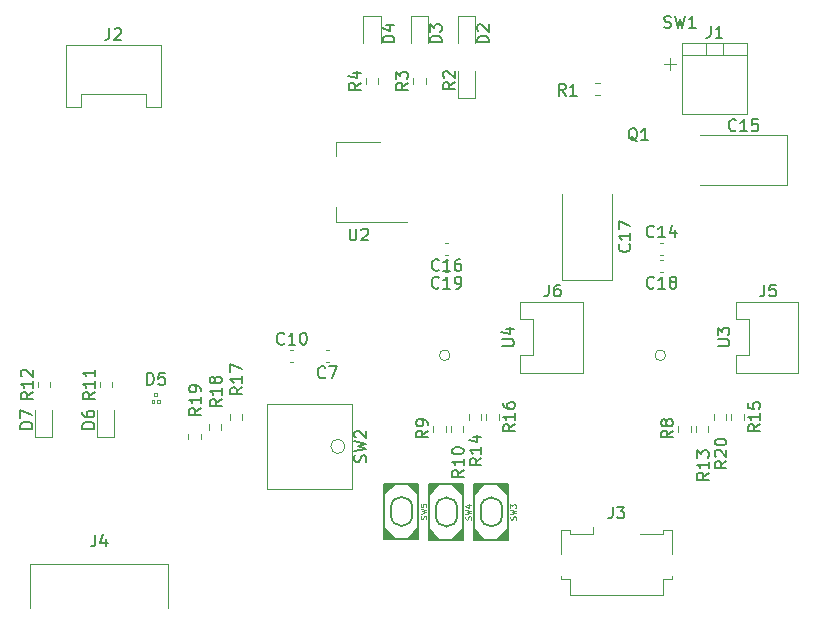
<source format=gbr>
%TF.GenerationSoftware,KiCad,Pcbnew,(5.1.10)-1*%
%TF.CreationDate,2022-02-04T20:39:48+09:00*%
%TF.ProjectId,Power,506f7765-722e-46b6-9963-61645f706362,rev?*%
%TF.SameCoordinates,Original*%
%TF.FileFunction,Legend,Top*%
%TF.FilePolarity,Positive*%
%FSLAX46Y46*%
G04 Gerber Fmt 4.6, Leading zero omitted, Abs format (unit mm)*
G04 Created by KiCad (PCBNEW (5.1.10)-1) date 2022-02-04 20:39:48*
%MOMM*%
%LPD*%
G01*
G04 APERTURE LIST*
%ADD10C,0.120000*%
%ADD11C,0.127000*%
%ADD12C,0.150000*%
G04 APERTURE END LIST*
D10*
%TO.C,J5*%
X28100004Y-500000D02*
X28100004Y1000000D01*
X29204169Y-500000D02*
X28100004Y-500000D01*
X29204169Y-3500000D02*
X29204169Y-500000D01*
X28100004Y-3500000D02*
X29204169Y-3500000D01*
X28100004Y-5000000D02*
X28100004Y-3500000D01*
X33400000Y1000000D02*
X28100000Y1000000D01*
X33400000Y-5000000D02*
X33400000Y1000000D01*
X28100000Y-5000000D02*
X33400000Y-5000000D01*
%TO.C,C15*%
X32400000Y15150000D02*
X25100000Y15150000D01*
X32400000Y10850000D02*
X32400000Y15150000D01*
X32400000Y10850000D02*
X25100000Y10850000D01*
%TO.C,C17*%
X17650000Y2850000D02*
X17650000Y10150000D01*
X13350000Y2850000D02*
X17650000Y2850000D01*
X13350000Y2850000D02*
X13350000Y10150000D01*
%TO.C,C7*%
X-6359420Y-3090000D02*
X-6640580Y-3090000D01*
X-6359420Y-4110000D02*
X-6640580Y-4110000D01*
%TO.C,C10*%
X-9640580Y-4110000D02*
X-9359420Y-4110000D01*
X-9640580Y-3090000D02*
X-9359420Y-3090000D01*
%TO.C,C14*%
X21940580Y4990000D02*
X21659420Y4990000D01*
X21940580Y6010000D02*
X21659420Y6010000D01*
%TO.C,C16*%
X3740580Y4990000D02*
X3459420Y4990000D01*
X3740580Y6010000D02*
X3459420Y6010000D01*
%TO.C,C18*%
X21940580Y4510000D02*
X21659420Y4510000D01*
X21940580Y3490000D02*
X21659420Y3490000D01*
%TO.C,C19*%
X3740580Y3490000D02*
X3459420Y3490000D01*
X3740580Y4510000D02*
X3459420Y4510000D01*
%TO.C,D2*%
X4565000Y25185000D02*
X4565000Y22900000D01*
X6035000Y25185000D02*
X4565000Y25185000D01*
X6035000Y22900000D02*
X6035000Y25185000D01*
%TO.C,D3*%
X565000Y25185000D02*
X565000Y22900000D01*
X2035000Y25185000D02*
X565000Y25185000D01*
X2035000Y22900000D02*
X2035000Y25185000D01*
%TO.C,D4*%
X-1965000Y22900000D02*
X-1965000Y25185000D01*
X-1965000Y25185000D02*
X-3435000Y25185000D01*
X-3435000Y25185000D02*
X-3435000Y22900000D01*
%TO.C,D5*%
X-20875000Y-6950000D02*
X-21125000Y-6950000D01*
X-21125000Y-6950000D02*
X-21125000Y-6700000D01*
X-21125000Y-6700000D02*
X-20875000Y-6700000D01*
X-20875000Y-6700000D02*
X-20875000Y-6950000D01*
X-20875000Y-7325000D02*
X-20875000Y-7575000D01*
X-20875000Y-7575000D02*
X-20625000Y-7575000D01*
X-20625000Y-7575000D02*
X-20625000Y-7325000D01*
X-20625000Y-7325000D02*
X-20875000Y-7325000D01*
X-21125000Y-7575000D02*
X-21125000Y-7325000D01*
X-21125000Y-7325000D02*
X-21375000Y-7325000D01*
X-21375000Y-7325000D02*
X-21375000Y-7575000D01*
X-21375000Y-7575000D02*
X-21125000Y-7575000D01*
%TO.C,D6*%
X-24515000Y-10485000D02*
X-24515000Y-8200000D01*
X-25985000Y-10485000D02*
X-24515000Y-10485000D01*
X-25985000Y-8200000D02*
X-25985000Y-10485000D01*
%TO.C,D7*%
X-31235000Y-8200000D02*
X-31235000Y-10485000D01*
X-31235000Y-10485000D02*
X-29765000Y-10485000D01*
X-29765000Y-10485000D02*
X-29765000Y-8200000D01*
%TO.C,J1*%
X29050000Y22870000D02*
X23550000Y22870000D01*
X23550000Y22870000D02*
X23550000Y16870000D01*
X23550000Y16870000D02*
X29050000Y16870000D01*
X29050000Y16870000D02*
X29050000Y22870000D01*
X25550000Y22870000D02*
X25550000Y21870000D01*
X25550000Y21870000D02*
X23550000Y21870000D01*
X29050000Y21870000D02*
X27050000Y21870000D01*
X27050000Y21870000D02*
X27050000Y22870000D01*
X25550000Y21870000D02*
X27050000Y21870000D01*
X22550000Y21120000D02*
X22050000Y21120000D01*
X22550000Y21120000D02*
X23050000Y21120000D01*
X22550000Y21120000D02*
X22550000Y21620000D01*
X22550000Y21120000D02*
X22550000Y20620000D01*
%TO.C,J2*%
X-28600000Y22750000D02*
X-28600000Y17450000D01*
X-20600000Y22750000D02*
X-28600000Y22750000D01*
X-20600000Y17450000D02*
X-20600000Y22750000D01*
X-27350000Y18554169D02*
X-27350000Y17450004D01*
X-21850000Y18554169D02*
X-27350000Y18554169D01*
X-27350000Y17450004D02*
X-28600000Y17450004D01*
X-20600000Y17450004D02*
X-21850000Y17450004D01*
X-21850000Y17450004D02*
X-21850000Y18554169D01*
%TO.C,J3*%
X16040000Y-18090000D02*
X16040000Y-18680000D01*
X16040000Y-18680000D02*
X14060000Y-18680000D01*
X14060000Y-18680000D02*
X14060000Y-18330000D01*
X14060000Y-18330000D02*
X13290000Y-18330000D01*
X13290000Y-18330000D02*
X13290000Y-20380000D01*
X13290000Y-22200000D02*
X13290000Y-22500000D01*
X13290000Y-22500000D02*
X14090000Y-22500000D01*
X14090000Y-22500000D02*
X14090000Y-23800000D01*
X14090000Y-23800000D02*
X21910000Y-23800000D01*
X21910000Y-23800000D02*
X21910000Y-22500000D01*
X21910000Y-22500000D02*
X22710000Y-22500000D01*
X22710000Y-22500000D02*
X22710000Y-22200000D01*
X22710000Y-20380000D02*
X22710000Y-18330000D01*
X22710000Y-18330000D02*
X21940000Y-18330000D01*
X21940000Y-18330000D02*
X21940000Y-18680000D01*
X21940000Y-18680000D02*
X19960000Y-18680000D01*
%TO.C,J6*%
X9850000Y-5000000D02*
X15150000Y-5000000D01*
X15150000Y-5000000D02*
X15150000Y1000000D01*
X15150000Y1000000D02*
X9850000Y1000000D01*
X9850004Y-5000000D02*
X9850004Y-3500000D01*
X9850004Y-3500000D02*
X10954169Y-3500000D01*
X10954169Y-3500000D02*
X10954169Y-500000D01*
X10954169Y-500000D02*
X9850004Y-500000D01*
X9850004Y-500000D02*
X9850004Y1000000D01*
%TO.C,R1*%
X16637258Y19522500D02*
X16162742Y19522500D01*
X16637258Y18477500D02*
X16162742Y18477500D01*
%TO.C,R2*%
X4565000Y20550000D02*
X4565000Y18265000D01*
X4565000Y18265000D02*
X6035000Y18265000D01*
X6035000Y18265000D02*
X6035000Y20550000D01*
%TO.C,R3*%
X1822500Y19462742D02*
X1822500Y19937258D01*
X777500Y19462742D02*
X777500Y19937258D01*
%TO.C,R4*%
X-3222500Y19462742D02*
X-3222500Y19937258D01*
X-2177500Y19462742D02*
X-2177500Y19937258D01*
%TO.C,R8*%
X24272500Y-9987258D02*
X24272500Y-9512742D01*
X23227500Y-9987258D02*
X23227500Y-9512742D01*
%TO.C,R9*%
X3522500Y-9987258D02*
X3522500Y-9512742D01*
X2477500Y-9987258D02*
X2477500Y-9512742D01*
%TO.C,R10*%
X3977500Y-9987258D02*
X3977500Y-9512742D01*
X5022500Y-9987258D02*
X5022500Y-9512742D01*
%TO.C,R11*%
X-25772500Y-5762742D02*
X-25772500Y-6237258D01*
X-24727500Y-5762742D02*
X-24727500Y-6237258D01*
%TO.C,R12*%
X-29977500Y-5762742D02*
X-29977500Y-6237258D01*
X-31022500Y-5762742D02*
X-31022500Y-6237258D01*
%TO.C,R13*%
X25772500Y-9987258D02*
X25772500Y-9512742D01*
X24727500Y-9987258D02*
X24727500Y-9512742D01*
%TO.C,R14*%
X6522500Y-8512742D02*
X6522500Y-8987258D01*
X5477500Y-8512742D02*
X5477500Y-8987258D01*
%TO.C,R15*%
X28772500Y-8512742D02*
X28772500Y-8987258D01*
X27727500Y-8512742D02*
X27727500Y-8987258D01*
%TO.C,R16*%
X8022500Y-8512742D02*
X8022500Y-8987258D01*
X6977500Y-8512742D02*
X6977500Y-8987258D01*
%TO.C,R17*%
X-14772500Y-8512742D02*
X-14772500Y-8987258D01*
X-13727500Y-8512742D02*
X-13727500Y-8987258D01*
%TO.C,R18*%
X-15477500Y-9362742D02*
X-15477500Y-9837258D01*
X-16522500Y-9362742D02*
X-16522500Y-9837258D01*
%TO.C,R19*%
X-17227500Y-10162742D02*
X-17227500Y-10637258D01*
X-18272500Y-10162742D02*
X-18272500Y-10637258D01*
%TO.C,R20*%
X27272500Y-8512742D02*
X27272500Y-8987258D01*
X26227500Y-8512742D02*
X26227500Y-8987258D01*
%TO.C,SW2*%
X-11600000Y-7650000D02*
X-4400000Y-7650000D01*
X-4400000Y-7650000D02*
X-4400000Y-14850000D01*
X-4400000Y-14850000D02*
X-11600000Y-14850000D01*
X-11600000Y-14850000D02*
X-11600000Y-7650000D01*
X-5000000Y-11250000D02*
G75*
G03*
X-5000000Y-11250000I-600000J0D01*
G01*
D11*
%TO.C,SW3*%
G36*
X5900000Y-14467500D02*
G01*
X5900000Y-15367500D01*
X6800000Y-14467500D01*
X5900000Y-14467500D01*
G37*
X5900000Y-14467500D02*
X5900000Y-15367500D01*
X6800000Y-14467500D01*
X5900000Y-14467500D01*
G36*
X5900000Y-19132500D02*
G01*
X6800000Y-19132500D01*
X5900000Y-18232500D01*
X5900000Y-19132500D01*
G37*
X5900000Y-19132500D02*
X6800000Y-19132500D01*
X5900000Y-18232500D01*
X5900000Y-19132500D01*
G36*
X8800000Y-19132500D02*
G01*
X8800000Y-18232500D01*
X7900000Y-19132500D01*
X8800000Y-19132500D01*
G37*
X8800000Y-19132500D02*
X8800000Y-18232500D01*
X7900000Y-19132500D01*
X8800000Y-19132500D01*
G36*
X8800000Y-14467500D02*
G01*
X7900000Y-14467500D01*
X8800000Y-15367500D01*
X8800000Y-14467500D01*
G37*
X8800000Y-14467500D02*
X7900000Y-14467500D01*
X8800000Y-15367500D01*
X8800000Y-14467500D01*
X5900000Y-14467500D02*
X8800000Y-14467500D01*
X5900000Y-19132500D02*
X5900000Y-14467500D01*
X8800000Y-19132500D02*
X5900000Y-19132500D01*
X8800000Y-14467500D02*
X8800000Y-19132500D01*
X6500000Y-17132500D02*
X6500000Y-16467500D01*
X8300000Y-16467500D02*
X8300000Y-17132500D01*
X8300000Y-17132500D02*
G75*
G02*
X6500000Y-17132500I-900000J0D01*
G01*
X6500000Y-16467500D02*
G75*
G02*
X8300000Y-16467500I900000J0D01*
G01*
%TO.C,SW4*%
X4500000Y-16467500D02*
X4500000Y-17132500D01*
X2700000Y-17132500D02*
X2700000Y-16467500D01*
X5000000Y-14467500D02*
X5000000Y-19132500D01*
X5000000Y-19132500D02*
X2100000Y-19132500D01*
X2100000Y-19132500D02*
X2100000Y-14467500D01*
X2100000Y-14467500D02*
X5000000Y-14467500D01*
G36*
X5000000Y-14467500D02*
G01*
X4100000Y-14467500D01*
X5000000Y-15367500D01*
X5000000Y-14467500D01*
G37*
X5000000Y-14467500D02*
X4100000Y-14467500D01*
X5000000Y-15367500D01*
X5000000Y-14467500D01*
G36*
X5000000Y-19132500D02*
G01*
X5000000Y-18232500D01*
X4100000Y-19132500D01*
X5000000Y-19132500D01*
G37*
X5000000Y-19132500D02*
X5000000Y-18232500D01*
X4100000Y-19132500D01*
X5000000Y-19132500D01*
G36*
X2100000Y-19132500D02*
G01*
X3000000Y-19132500D01*
X2100000Y-18232500D01*
X2100000Y-19132500D01*
G37*
X2100000Y-19132500D02*
X3000000Y-19132500D01*
X2100000Y-18232500D01*
X2100000Y-19132500D01*
G36*
X2100000Y-14467500D02*
G01*
X2100000Y-15367500D01*
X3000000Y-14467500D01*
X2100000Y-14467500D01*
G37*
X2100000Y-14467500D02*
X2100000Y-15367500D01*
X3000000Y-14467500D01*
X2100000Y-14467500D01*
X2700000Y-16467500D02*
G75*
G02*
X4500000Y-16467500I900000J0D01*
G01*
X4500000Y-17132500D02*
G75*
G02*
X2700000Y-17132500I-900000J0D01*
G01*
%TO.C,SW5*%
G36*
X-1700000Y-14417500D02*
G01*
X-1700000Y-15317500D01*
X-800000Y-14417500D01*
X-1700000Y-14417500D01*
G37*
X-1700000Y-14417500D02*
X-1700000Y-15317500D01*
X-800000Y-14417500D01*
X-1700000Y-14417500D01*
G36*
X-1700000Y-19082500D02*
G01*
X-800000Y-19082500D01*
X-1700000Y-18182500D01*
X-1700000Y-19082500D01*
G37*
X-1700000Y-19082500D02*
X-800000Y-19082500D01*
X-1700000Y-18182500D01*
X-1700000Y-19082500D01*
G36*
X1200000Y-19082500D02*
G01*
X1200000Y-18182500D01*
X300000Y-19082500D01*
X1200000Y-19082500D01*
G37*
X1200000Y-19082500D02*
X1200000Y-18182500D01*
X300000Y-19082500D01*
X1200000Y-19082500D01*
G36*
X1200000Y-14417500D02*
G01*
X300000Y-14417500D01*
X1200000Y-15317500D01*
X1200000Y-14417500D01*
G37*
X1200000Y-14417500D02*
X300000Y-14417500D01*
X1200000Y-15317500D01*
X1200000Y-14417500D01*
X-1700000Y-14417500D02*
X1200000Y-14417500D01*
X-1700000Y-19082500D02*
X-1700000Y-14417500D01*
X1200000Y-19082500D02*
X-1700000Y-19082500D01*
X1200000Y-14417500D02*
X1200000Y-19082500D01*
X-1100000Y-17082500D02*
X-1100000Y-16417500D01*
X700000Y-16417500D02*
X700000Y-17082500D01*
X700000Y-17082500D02*
G75*
G02*
X-1100000Y-17082500I-900000J0D01*
G01*
X-1100000Y-16417500D02*
G75*
G02*
X700000Y-16417500I900000J0D01*
G01*
D10*
%TO.C,U2*%
X-5760000Y14560000D02*
X-5760000Y13300000D01*
X-5760000Y7740000D02*
X-5760000Y9000000D01*
X-2000000Y14560000D02*
X-5760000Y14560000D01*
X250000Y7740000D02*
X-5760000Y7740000D01*
%TO.C,U3*%
X22150000Y-3530000D02*
G75*
G03*
X22150000Y-3530000I-450000J0D01*
G01*
%TO.C,U4*%
X3900000Y-3530000D02*
G75*
G03*
X3900000Y-3530000I-450000J0D01*
G01*
%TO.C,J4*%
X-31650000Y-21166666D02*
X-31650000Y-24966670D01*
X-19950000Y-21166666D02*
X-31650000Y-21166666D01*
X-19950000Y-24966670D02*
X-19950000Y-21166666D01*
%TO.C,J5*%
D12*
X30516666Y2447619D02*
X30516666Y1733333D01*
X30469047Y1590476D01*
X30373809Y1495238D01*
X30230952Y1447619D01*
X30135714Y1447619D01*
X31469047Y2447619D02*
X30992857Y2447619D01*
X30945238Y1971428D01*
X30992857Y2019047D01*
X31088095Y2066666D01*
X31326190Y2066666D01*
X31421428Y2019047D01*
X31469047Y1971428D01*
X31516666Y1876190D01*
X31516666Y1638095D01*
X31469047Y1542857D01*
X31421428Y1495238D01*
X31326190Y1447619D01*
X31088095Y1447619D01*
X30992857Y1495238D01*
X30945238Y1542857D01*
%TO.C,SW1*%
X22016666Y24245238D02*
X22159523Y24197619D01*
X22397619Y24197619D01*
X22492857Y24245238D01*
X22540476Y24292857D01*
X22588095Y24388095D01*
X22588095Y24483333D01*
X22540476Y24578571D01*
X22492857Y24626190D01*
X22397619Y24673809D01*
X22207142Y24721428D01*
X22111904Y24769047D01*
X22064285Y24816666D01*
X22016666Y24911904D01*
X22016666Y25007142D01*
X22064285Y25102380D01*
X22111904Y25150000D01*
X22207142Y25197619D01*
X22445238Y25197619D01*
X22588095Y25150000D01*
X22921428Y25197619D02*
X23159523Y24197619D01*
X23350000Y24911904D01*
X23540476Y24197619D01*
X23778571Y25197619D01*
X24683333Y24197619D02*
X24111904Y24197619D01*
X24397619Y24197619D02*
X24397619Y25197619D01*
X24302380Y25054761D01*
X24207142Y24959523D01*
X24111904Y24911904D01*
%TO.C,Q1*%
X19754761Y14602380D02*
X19659523Y14650000D01*
X19564285Y14745238D01*
X19421428Y14888095D01*
X19326190Y14935714D01*
X19230952Y14935714D01*
X19278571Y14697619D02*
X19183333Y14745238D01*
X19088095Y14840476D01*
X19040476Y15030952D01*
X19040476Y15364285D01*
X19088095Y15554761D01*
X19183333Y15650000D01*
X19278571Y15697619D01*
X19469047Y15697619D01*
X19564285Y15650000D01*
X19659523Y15554761D01*
X19707142Y15364285D01*
X19707142Y15030952D01*
X19659523Y14840476D01*
X19564285Y14745238D01*
X19469047Y14697619D01*
X19278571Y14697619D01*
X20659523Y14697619D02*
X20088095Y14697619D01*
X20373809Y14697619D02*
X20373809Y15697619D01*
X20278571Y15554761D01*
X20183333Y15459523D01*
X20088095Y15411904D01*
%TO.C,C15*%
X28107142Y15542857D02*
X28059523Y15495238D01*
X27916666Y15447619D01*
X27821428Y15447619D01*
X27678571Y15495238D01*
X27583333Y15590476D01*
X27535714Y15685714D01*
X27488095Y15876190D01*
X27488095Y16019047D01*
X27535714Y16209523D01*
X27583333Y16304761D01*
X27678571Y16400000D01*
X27821428Y16447619D01*
X27916666Y16447619D01*
X28059523Y16400000D01*
X28107142Y16352380D01*
X29059523Y15447619D02*
X28488095Y15447619D01*
X28773809Y15447619D02*
X28773809Y16447619D01*
X28678571Y16304761D01*
X28583333Y16209523D01*
X28488095Y16161904D01*
X29964285Y16447619D02*
X29488095Y16447619D01*
X29440476Y15971428D01*
X29488095Y16019047D01*
X29583333Y16066666D01*
X29821428Y16066666D01*
X29916666Y16019047D01*
X29964285Y15971428D01*
X30011904Y15876190D01*
X30011904Y15638095D01*
X29964285Y15542857D01*
X29916666Y15495238D01*
X29821428Y15447619D01*
X29583333Y15447619D01*
X29488095Y15495238D01*
X29440476Y15542857D01*
%TO.C,C17*%
X19082139Y5857142D02*
X19129758Y5809523D01*
X19177377Y5666666D01*
X19177377Y5571428D01*
X19129758Y5428571D01*
X19034520Y5333333D01*
X18939282Y5285714D01*
X18748806Y5238095D01*
X18605949Y5238095D01*
X18415473Y5285714D01*
X18320235Y5333333D01*
X18224997Y5428571D01*
X18177377Y5571428D01*
X18177377Y5666666D01*
X18224997Y5809523D01*
X18272616Y5857142D01*
X19177377Y6809523D02*
X19177377Y6238095D01*
X19177377Y6523809D02*
X18177377Y6523809D01*
X18320235Y6428571D01*
X18415473Y6333333D01*
X18463092Y6238095D01*
X18177377Y7142857D02*
X18177377Y7809523D01*
X19177377Y7380952D01*
%TO.C,C7*%
X-6666666Y-5387142D02*
X-6714285Y-5434761D01*
X-6857142Y-5482380D01*
X-6952380Y-5482380D01*
X-7095238Y-5434761D01*
X-7190476Y-5339523D01*
X-7238095Y-5244285D01*
X-7285714Y-5053809D01*
X-7285714Y-4910952D01*
X-7238095Y-4720476D01*
X-7190476Y-4625238D01*
X-7095238Y-4530000D01*
X-6952380Y-4482380D01*
X-6857142Y-4482380D01*
X-6714285Y-4530000D01*
X-6666666Y-4577619D01*
X-6333333Y-4482380D02*
X-5666666Y-4482380D01*
X-6095238Y-5482380D01*
%TO.C,C10*%
X-10142857Y-2527142D02*
X-10190476Y-2574761D01*
X-10333333Y-2622380D01*
X-10428571Y-2622380D01*
X-10571428Y-2574761D01*
X-10666666Y-2479523D01*
X-10714285Y-2384285D01*
X-10761904Y-2193809D01*
X-10761904Y-2050952D01*
X-10714285Y-1860476D01*
X-10666666Y-1765238D01*
X-10571428Y-1670000D01*
X-10428571Y-1622380D01*
X-10333333Y-1622380D01*
X-10190476Y-1670000D01*
X-10142857Y-1717619D01*
X-9190476Y-2622380D02*
X-9761904Y-2622380D01*
X-9476190Y-2622380D02*
X-9476190Y-1622380D01*
X-9571428Y-1765238D01*
X-9666666Y-1860476D01*
X-9761904Y-1908095D01*
X-8571428Y-1622380D02*
X-8476190Y-1622380D01*
X-8380952Y-1670000D01*
X-8333333Y-1717619D01*
X-8285714Y-1812857D01*
X-8238095Y-2003333D01*
X-8238095Y-2241428D01*
X-8285714Y-2431904D01*
X-8333333Y-2527142D01*
X-8380952Y-2574761D01*
X-8476190Y-2622380D01*
X-8571428Y-2622380D01*
X-8666666Y-2574761D01*
X-8714285Y-2527142D01*
X-8761904Y-2431904D01*
X-8809523Y-2241428D01*
X-8809523Y-2003333D01*
X-8761904Y-1812857D01*
X-8714285Y-1717619D01*
X-8666666Y-1670000D01*
X-8571428Y-1622380D01*
%TO.C,C14*%
X21157142Y6542857D02*
X21109523Y6495238D01*
X20966666Y6447619D01*
X20871428Y6447619D01*
X20728571Y6495238D01*
X20633333Y6590476D01*
X20585714Y6685714D01*
X20538095Y6876190D01*
X20538095Y7019047D01*
X20585714Y7209523D01*
X20633333Y7304761D01*
X20728571Y7400000D01*
X20871428Y7447619D01*
X20966666Y7447619D01*
X21109523Y7400000D01*
X21157142Y7352380D01*
X22109523Y6447619D02*
X21538095Y6447619D01*
X21823809Y6447619D02*
X21823809Y7447619D01*
X21728571Y7304761D01*
X21633333Y7209523D01*
X21538095Y7161904D01*
X22966666Y7114285D02*
X22966666Y6447619D01*
X22728571Y7495238D02*
X22490476Y6780952D01*
X23109523Y6780952D01*
%TO.C,C16*%
X2957142Y3712857D02*
X2909523Y3665238D01*
X2766666Y3617619D01*
X2671428Y3617619D01*
X2528571Y3665238D01*
X2433333Y3760476D01*
X2385714Y3855714D01*
X2338095Y4046190D01*
X2338095Y4189047D01*
X2385714Y4379523D01*
X2433333Y4474761D01*
X2528571Y4570000D01*
X2671428Y4617619D01*
X2766666Y4617619D01*
X2909523Y4570000D01*
X2957142Y4522380D01*
X3909523Y3617619D02*
X3338095Y3617619D01*
X3623809Y3617619D02*
X3623809Y4617619D01*
X3528571Y4474761D01*
X3433333Y4379523D01*
X3338095Y4331904D01*
X4766666Y4617619D02*
X4576190Y4617619D01*
X4480952Y4570000D01*
X4433333Y4522380D01*
X4338095Y4379523D01*
X4290476Y4189047D01*
X4290476Y3808095D01*
X4338095Y3712857D01*
X4385714Y3665238D01*
X4480952Y3617619D01*
X4671428Y3617619D01*
X4766666Y3665238D01*
X4814285Y3712857D01*
X4861904Y3808095D01*
X4861904Y4046190D01*
X4814285Y4141428D01*
X4766666Y4189047D01*
X4671428Y4236666D01*
X4480952Y4236666D01*
X4385714Y4189047D01*
X4338095Y4141428D01*
X4290476Y4046190D01*
%TO.C,C18*%
X21157142Y2212857D02*
X21109523Y2165238D01*
X20966666Y2117619D01*
X20871428Y2117619D01*
X20728571Y2165238D01*
X20633333Y2260476D01*
X20585714Y2355714D01*
X20538095Y2546190D01*
X20538095Y2689047D01*
X20585714Y2879523D01*
X20633333Y2974761D01*
X20728571Y3070000D01*
X20871428Y3117619D01*
X20966666Y3117619D01*
X21109523Y3070000D01*
X21157142Y3022380D01*
X22109523Y2117619D02*
X21538095Y2117619D01*
X21823809Y2117619D02*
X21823809Y3117619D01*
X21728571Y2974761D01*
X21633333Y2879523D01*
X21538095Y2831904D01*
X22680952Y2689047D02*
X22585714Y2736666D01*
X22538095Y2784285D01*
X22490476Y2879523D01*
X22490476Y2927142D01*
X22538095Y3022380D01*
X22585714Y3070000D01*
X22680952Y3117619D01*
X22871428Y3117619D01*
X22966666Y3070000D01*
X23014285Y3022380D01*
X23061904Y2927142D01*
X23061904Y2879523D01*
X23014285Y2784285D01*
X22966666Y2736666D01*
X22871428Y2689047D01*
X22680952Y2689047D01*
X22585714Y2641428D01*
X22538095Y2593809D01*
X22490476Y2498571D01*
X22490476Y2308095D01*
X22538095Y2212857D01*
X22585714Y2165238D01*
X22680952Y2117619D01*
X22871428Y2117619D01*
X22966666Y2165238D01*
X23014285Y2212857D01*
X23061904Y2308095D01*
X23061904Y2498571D01*
X23014285Y2593809D01*
X22966666Y2641428D01*
X22871428Y2689047D01*
%TO.C,C19*%
X2957142Y2212857D02*
X2909523Y2165238D01*
X2766666Y2117619D01*
X2671428Y2117619D01*
X2528571Y2165238D01*
X2433333Y2260476D01*
X2385714Y2355714D01*
X2338095Y2546190D01*
X2338095Y2689047D01*
X2385714Y2879523D01*
X2433333Y2974761D01*
X2528571Y3070000D01*
X2671428Y3117619D01*
X2766666Y3117619D01*
X2909523Y3070000D01*
X2957142Y3022380D01*
X3909523Y2117619D02*
X3338095Y2117619D01*
X3623809Y2117619D02*
X3623809Y3117619D01*
X3528571Y2974761D01*
X3433333Y2879523D01*
X3338095Y2831904D01*
X4385714Y2117619D02*
X4576190Y2117619D01*
X4671428Y2165238D01*
X4719047Y2212857D01*
X4814285Y2355714D01*
X4861904Y2546190D01*
X4861904Y2927142D01*
X4814285Y3022380D01*
X4766666Y3070000D01*
X4671428Y3117619D01*
X4480952Y3117619D01*
X4385714Y3070000D01*
X4338095Y3022380D01*
X4290476Y2927142D01*
X4290476Y2689047D01*
X4338095Y2593809D01*
X4385714Y2546190D01*
X4480952Y2498571D01*
X4671428Y2498571D01*
X4766666Y2546190D01*
X4814285Y2593809D01*
X4861904Y2689047D01*
%TO.C,D2*%
X7182380Y22961904D02*
X6182380Y22961904D01*
X6182380Y23200000D01*
X6230000Y23342857D01*
X6325238Y23438095D01*
X6420476Y23485714D01*
X6610952Y23533333D01*
X6753809Y23533333D01*
X6944285Y23485714D01*
X7039523Y23438095D01*
X7134761Y23342857D01*
X7182380Y23200000D01*
X7182380Y22961904D01*
X6277619Y23914285D02*
X6230000Y23961904D01*
X6182380Y24057142D01*
X6182380Y24295238D01*
X6230000Y24390476D01*
X6277619Y24438095D01*
X6372857Y24485714D01*
X6468095Y24485714D01*
X6610952Y24438095D01*
X7182380Y23866666D01*
X7182380Y24485714D01*
%TO.C,D3*%
X3182380Y22961904D02*
X2182380Y22961904D01*
X2182380Y23200000D01*
X2230000Y23342857D01*
X2325238Y23438095D01*
X2420476Y23485714D01*
X2610952Y23533333D01*
X2753809Y23533333D01*
X2944285Y23485714D01*
X3039523Y23438095D01*
X3134761Y23342857D01*
X3182380Y23200000D01*
X3182380Y22961904D01*
X2182380Y23866666D02*
X2182380Y24485714D01*
X2563333Y24152380D01*
X2563333Y24295238D01*
X2610952Y24390476D01*
X2658571Y24438095D01*
X2753809Y24485714D01*
X2991904Y24485714D01*
X3087142Y24438095D01*
X3134761Y24390476D01*
X3182380Y24295238D01*
X3182380Y24009523D01*
X3134761Y23914285D01*
X3087142Y23866666D01*
%TO.C,D4*%
X-817619Y22961904D02*
X-1817619Y22961904D01*
X-1817619Y23200000D01*
X-1770000Y23342857D01*
X-1674761Y23438095D01*
X-1579523Y23485714D01*
X-1389047Y23533333D01*
X-1246190Y23533333D01*
X-1055714Y23485714D01*
X-960476Y23438095D01*
X-865238Y23342857D01*
X-817619Y23200000D01*
X-817619Y22961904D01*
X-1484285Y24390476D02*
X-817619Y24390476D01*
X-1865238Y24152380D02*
X-1150952Y23914285D01*
X-1150952Y24533333D01*
%TO.C,D5*%
X-21738095Y-6027380D02*
X-21738095Y-5027380D01*
X-21500000Y-5027380D01*
X-21357142Y-5075000D01*
X-21261904Y-5170238D01*
X-21214285Y-5265476D01*
X-21166666Y-5455952D01*
X-21166666Y-5598809D01*
X-21214285Y-5789285D01*
X-21261904Y-5884523D01*
X-21357142Y-5979761D01*
X-21500000Y-6027380D01*
X-21738095Y-6027380D01*
X-20261904Y-5027380D02*
X-20738095Y-5027380D01*
X-20785714Y-5503571D01*
X-20738095Y-5455952D01*
X-20642857Y-5408333D01*
X-20404761Y-5408333D01*
X-20309523Y-5455952D01*
X-20261904Y-5503571D01*
X-20214285Y-5598809D01*
X-20214285Y-5836904D01*
X-20261904Y-5932142D01*
X-20309523Y-5979761D01*
X-20404761Y-6027380D01*
X-20642857Y-6027380D01*
X-20738095Y-5979761D01*
X-20785714Y-5932142D01*
%TO.C,D6*%
X-26227619Y-9738095D02*
X-27227619Y-9738095D01*
X-27227619Y-9500000D01*
X-27180000Y-9357142D01*
X-27084761Y-9261904D01*
X-26989523Y-9214285D01*
X-26799047Y-9166666D01*
X-26656190Y-9166666D01*
X-26465714Y-9214285D01*
X-26370476Y-9261904D01*
X-26275238Y-9357142D01*
X-26227619Y-9500000D01*
X-26227619Y-9738095D01*
X-27227619Y-8309523D02*
X-27227619Y-8500000D01*
X-27180000Y-8595238D01*
X-27132380Y-8642857D01*
X-26989523Y-8738095D01*
X-26799047Y-8785714D01*
X-26418095Y-8785714D01*
X-26322857Y-8738095D01*
X-26275238Y-8690476D01*
X-26227619Y-8595238D01*
X-26227619Y-8404761D01*
X-26275238Y-8309523D01*
X-26322857Y-8261904D01*
X-26418095Y-8214285D01*
X-26656190Y-8214285D01*
X-26751428Y-8261904D01*
X-26799047Y-8309523D01*
X-26846666Y-8404761D01*
X-26846666Y-8595238D01*
X-26799047Y-8690476D01*
X-26751428Y-8738095D01*
X-26656190Y-8785714D01*
%TO.C,D7*%
X-31477619Y-9738095D02*
X-32477619Y-9738095D01*
X-32477619Y-9500000D01*
X-32430000Y-9357142D01*
X-32334761Y-9261904D01*
X-32239523Y-9214285D01*
X-32049047Y-9166666D01*
X-31906190Y-9166666D01*
X-31715714Y-9214285D01*
X-31620476Y-9261904D01*
X-31525238Y-9357142D01*
X-31477619Y-9500000D01*
X-31477619Y-9738095D01*
X-32477619Y-8833333D02*
X-32477619Y-8166666D01*
X-31477619Y-8595238D01*
%TO.C,J1*%
X25966666Y24347619D02*
X25966666Y23633333D01*
X25919047Y23490476D01*
X25823809Y23395238D01*
X25680952Y23347619D01*
X25585714Y23347619D01*
X26966666Y23347619D02*
X26395238Y23347619D01*
X26680952Y23347619D02*
X26680952Y24347619D01*
X26585714Y24204761D01*
X26490476Y24109523D01*
X26395238Y24061904D01*
%TO.C,J2*%
X-24933333Y24180947D02*
X-24933333Y23466661D01*
X-24980952Y23323804D01*
X-25076190Y23228566D01*
X-25219047Y23180947D01*
X-25314285Y23180947D01*
X-24504761Y24085708D02*
X-24457142Y24133328D01*
X-24361904Y24180947D01*
X-24123809Y24180947D01*
X-24028571Y24133328D01*
X-23980952Y24085708D01*
X-23933333Y23990470D01*
X-23933333Y23895232D01*
X-23980952Y23752375D01*
X-24552380Y23180947D01*
X-23933333Y23180947D01*
%TO.C,J3*%
X17666666Y-16342380D02*
X17666666Y-17056666D01*
X17619047Y-17199523D01*
X17523809Y-17294761D01*
X17380952Y-17342380D01*
X17285714Y-17342380D01*
X18047619Y-16342380D02*
X18666666Y-16342380D01*
X18333333Y-16723333D01*
X18476190Y-16723333D01*
X18571428Y-16770952D01*
X18619047Y-16818571D01*
X18666666Y-16913809D01*
X18666666Y-17151904D01*
X18619047Y-17247142D01*
X18571428Y-17294761D01*
X18476190Y-17342380D01*
X18190476Y-17342380D01*
X18095238Y-17294761D01*
X18047619Y-17247142D01*
%TO.C,J6*%
X12266666Y2447619D02*
X12266666Y1733333D01*
X12219047Y1590476D01*
X12123809Y1495238D01*
X11980952Y1447619D01*
X11885714Y1447619D01*
X13171428Y2447619D02*
X12980952Y2447619D01*
X12885714Y2400000D01*
X12838095Y2352380D01*
X12742857Y2209523D01*
X12695238Y2019047D01*
X12695238Y1638095D01*
X12742857Y1542857D01*
X12790476Y1495238D01*
X12885714Y1447619D01*
X13076190Y1447619D01*
X13171428Y1495238D01*
X13219047Y1542857D01*
X13266666Y1638095D01*
X13266666Y1876190D01*
X13219047Y1971428D01*
X13171428Y2019047D01*
X13076190Y2066666D01*
X12885714Y2066666D01*
X12790476Y2019047D01*
X12742857Y1971428D01*
X12695238Y1876190D01*
%TO.C,R1*%
X13683333Y18447619D02*
X13350000Y18923809D01*
X13111904Y18447619D02*
X13111904Y19447619D01*
X13492857Y19447619D01*
X13588095Y19400000D01*
X13635714Y19352380D01*
X13683333Y19257142D01*
X13683333Y19114285D01*
X13635714Y19019047D01*
X13588095Y18971428D01*
X13492857Y18923809D01*
X13111904Y18923809D01*
X14635714Y18447619D02*
X14064285Y18447619D01*
X14350000Y18447619D02*
X14350000Y19447619D01*
X14254761Y19304761D01*
X14159523Y19209523D01*
X14064285Y19161904D01*
%TO.C,R2*%
X4322380Y19583333D02*
X3846190Y19250000D01*
X4322380Y19011904D02*
X3322380Y19011904D01*
X3322380Y19392857D01*
X3370000Y19488095D01*
X3417619Y19535714D01*
X3512857Y19583333D01*
X3655714Y19583333D01*
X3750952Y19535714D01*
X3798571Y19488095D01*
X3846190Y19392857D01*
X3846190Y19011904D01*
X3417619Y19964285D02*
X3370000Y20011904D01*
X3322380Y20107142D01*
X3322380Y20345238D01*
X3370000Y20440476D01*
X3417619Y20488095D01*
X3512857Y20535714D01*
X3608095Y20535714D01*
X3750952Y20488095D01*
X4322380Y19916666D01*
X4322380Y20535714D01*
%TO.C,R3*%
X322380Y19533333D02*
X-153809Y19200000D01*
X322380Y18961904D02*
X-677619Y18961904D01*
X-677619Y19342857D01*
X-630000Y19438095D01*
X-582380Y19485714D01*
X-487142Y19533333D01*
X-344285Y19533333D01*
X-249047Y19485714D01*
X-201428Y19438095D01*
X-153809Y19342857D01*
X-153809Y18961904D01*
X-677619Y19866666D02*
X-677619Y20485714D01*
X-296666Y20152380D01*
X-296666Y20295238D01*
X-249047Y20390476D01*
X-201428Y20438095D01*
X-106190Y20485714D01*
X131904Y20485714D01*
X227142Y20438095D01*
X274761Y20390476D01*
X322380Y20295238D01*
X322380Y20009523D01*
X274761Y19914285D01*
X227142Y19866666D01*
%TO.C,R4*%
X-3677619Y19533333D02*
X-4153809Y19200000D01*
X-3677619Y18961904D02*
X-4677619Y18961904D01*
X-4677619Y19342857D01*
X-4630000Y19438095D01*
X-4582380Y19485714D01*
X-4487142Y19533333D01*
X-4344285Y19533333D01*
X-4249047Y19485714D01*
X-4201428Y19438095D01*
X-4153809Y19342857D01*
X-4153809Y18961904D01*
X-4344285Y20390476D02*
X-3677619Y20390476D01*
X-4725238Y20152380D02*
X-4010952Y19914285D01*
X-4010952Y20533333D01*
%TO.C,R8*%
X22772380Y-9916666D02*
X22296190Y-10250000D01*
X22772380Y-10488095D02*
X21772380Y-10488095D01*
X21772380Y-10107142D01*
X21820000Y-10011904D01*
X21867619Y-9964285D01*
X21962857Y-9916666D01*
X22105714Y-9916666D01*
X22200952Y-9964285D01*
X22248571Y-10011904D01*
X22296190Y-10107142D01*
X22296190Y-10488095D01*
X22200952Y-9345238D02*
X22153333Y-9440476D01*
X22105714Y-9488095D01*
X22010476Y-9535714D01*
X21962857Y-9535714D01*
X21867619Y-9488095D01*
X21820000Y-9440476D01*
X21772380Y-9345238D01*
X21772380Y-9154761D01*
X21820000Y-9059523D01*
X21867619Y-9011904D01*
X21962857Y-8964285D01*
X22010476Y-8964285D01*
X22105714Y-9011904D01*
X22153333Y-9059523D01*
X22200952Y-9154761D01*
X22200952Y-9345238D01*
X22248571Y-9440476D01*
X22296190Y-9488095D01*
X22391428Y-9535714D01*
X22581904Y-9535714D01*
X22677142Y-9488095D01*
X22724761Y-9440476D01*
X22772380Y-9345238D01*
X22772380Y-9154761D01*
X22724761Y-9059523D01*
X22677142Y-9011904D01*
X22581904Y-8964285D01*
X22391428Y-8964285D01*
X22296190Y-9011904D01*
X22248571Y-9059523D01*
X22200952Y-9154761D01*
%TO.C,R9*%
X2022380Y-9916666D02*
X1546190Y-10250000D01*
X2022380Y-10488095D02*
X1022380Y-10488095D01*
X1022380Y-10107142D01*
X1070000Y-10011904D01*
X1117619Y-9964285D01*
X1212857Y-9916666D01*
X1355714Y-9916666D01*
X1450952Y-9964285D01*
X1498571Y-10011904D01*
X1546190Y-10107142D01*
X1546190Y-10488095D01*
X2022380Y-9440476D02*
X2022380Y-9250000D01*
X1974761Y-9154761D01*
X1927142Y-9107142D01*
X1784285Y-9011904D01*
X1593809Y-8964285D01*
X1212857Y-8964285D01*
X1117619Y-9011904D01*
X1070000Y-9059523D01*
X1022380Y-9154761D01*
X1022380Y-9345238D01*
X1070000Y-9440476D01*
X1117619Y-9488095D01*
X1212857Y-9535714D01*
X1450952Y-9535714D01*
X1546190Y-9488095D01*
X1593809Y-9440476D01*
X1641428Y-9345238D01*
X1641428Y-9154761D01*
X1593809Y-9059523D01*
X1546190Y-9011904D01*
X1450952Y-8964285D01*
%TO.C,R10*%
X5052380Y-13242857D02*
X4576190Y-13576190D01*
X5052380Y-13814285D02*
X4052380Y-13814285D01*
X4052380Y-13433333D01*
X4100000Y-13338095D01*
X4147619Y-13290476D01*
X4242857Y-13242857D01*
X4385714Y-13242857D01*
X4480952Y-13290476D01*
X4528571Y-13338095D01*
X4576190Y-13433333D01*
X4576190Y-13814285D01*
X5052380Y-12290476D02*
X5052380Y-12861904D01*
X5052380Y-12576190D02*
X4052380Y-12576190D01*
X4195238Y-12671428D01*
X4290476Y-12766666D01*
X4338095Y-12861904D01*
X4052380Y-11671428D02*
X4052380Y-11576190D01*
X4100000Y-11480952D01*
X4147619Y-11433333D01*
X4242857Y-11385714D01*
X4433333Y-11338095D01*
X4671428Y-11338095D01*
X4861904Y-11385714D01*
X4957142Y-11433333D01*
X5004761Y-11480952D01*
X5052380Y-11576190D01*
X5052380Y-11671428D01*
X5004761Y-11766666D01*
X4957142Y-11814285D01*
X4861904Y-11861904D01*
X4671428Y-11909523D01*
X4433333Y-11909523D01*
X4242857Y-11861904D01*
X4147619Y-11814285D01*
X4100000Y-11766666D01*
X4052380Y-11671428D01*
%TO.C,R11*%
X-26197619Y-6642857D02*
X-26673809Y-6976190D01*
X-26197619Y-7214285D02*
X-27197619Y-7214285D01*
X-27197619Y-6833333D01*
X-27150000Y-6738095D01*
X-27102380Y-6690476D01*
X-27007142Y-6642857D01*
X-26864285Y-6642857D01*
X-26769047Y-6690476D01*
X-26721428Y-6738095D01*
X-26673809Y-6833333D01*
X-26673809Y-7214285D01*
X-26197619Y-5690476D02*
X-26197619Y-6261904D01*
X-26197619Y-5976190D02*
X-27197619Y-5976190D01*
X-27054761Y-6071428D01*
X-26959523Y-6166666D01*
X-26911904Y-6261904D01*
X-26197619Y-4738095D02*
X-26197619Y-5309523D01*
X-26197619Y-5023809D02*
X-27197619Y-5023809D01*
X-27054761Y-5119047D01*
X-26959523Y-5214285D01*
X-26911904Y-5309523D01*
%TO.C,R12*%
X-31447619Y-6642857D02*
X-31923809Y-6976190D01*
X-31447619Y-7214285D02*
X-32447619Y-7214285D01*
X-32447619Y-6833333D01*
X-32400000Y-6738095D01*
X-32352380Y-6690476D01*
X-32257142Y-6642857D01*
X-32114285Y-6642857D01*
X-32019047Y-6690476D01*
X-31971428Y-6738095D01*
X-31923809Y-6833333D01*
X-31923809Y-7214285D01*
X-31447619Y-5690476D02*
X-31447619Y-6261904D01*
X-31447619Y-5976190D02*
X-32447619Y-5976190D01*
X-32304761Y-6071428D01*
X-32209523Y-6166666D01*
X-32161904Y-6261904D01*
X-32352380Y-5309523D02*
X-32400000Y-5261904D01*
X-32447619Y-5166666D01*
X-32447619Y-4928571D01*
X-32400000Y-4833333D01*
X-32352380Y-4785714D01*
X-32257142Y-4738095D01*
X-32161904Y-4738095D01*
X-32019047Y-4785714D01*
X-31447619Y-5357142D01*
X-31447619Y-4738095D01*
%TO.C,R13*%
X25802380Y-13492857D02*
X25326190Y-13826190D01*
X25802380Y-14064285D02*
X24802380Y-14064285D01*
X24802380Y-13683333D01*
X24850000Y-13588095D01*
X24897619Y-13540476D01*
X24992857Y-13492857D01*
X25135714Y-13492857D01*
X25230952Y-13540476D01*
X25278571Y-13588095D01*
X25326190Y-13683333D01*
X25326190Y-14064285D01*
X25802380Y-12540476D02*
X25802380Y-13111904D01*
X25802380Y-12826190D02*
X24802380Y-12826190D01*
X24945238Y-12921428D01*
X25040476Y-13016666D01*
X25088095Y-13111904D01*
X24802380Y-12207142D02*
X24802380Y-11588095D01*
X25183333Y-11921428D01*
X25183333Y-11778571D01*
X25230952Y-11683333D01*
X25278571Y-11635714D01*
X25373809Y-11588095D01*
X25611904Y-11588095D01*
X25707142Y-11635714D01*
X25754761Y-11683333D01*
X25802380Y-11778571D01*
X25802380Y-12064285D01*
X25754761Y-12159523D01*
X25707142Y-12207142D01*
%TO.C,R14*%
X6552380Y-12242857D02*
X6076190Y-12576190D01*
X6552380Y-12814285D02*
X5552380Y-12814285D01*
X5552380Y-12433333D01*
X5600000Y-12338095D01*
X5647619Y-12290476D01*
X5742857Y-12242857D01*
X5885714Y-12242857D01*
X5980952Y-12290476D01*
X6028571Y-12338095D01*
X6076190Y-12433333D01*
X6076190Y-12814285D01*
X6552380Y-11290476D02*
X6552380Y-11861904D01*
X6552380Y-11576190D02*
X5552380Y-11576190D01*
X5695238Y-11671428D01*
X5790476Y-11766666D01*
X5838095Y-11861904D01*
X5885714Y-10433333D02*
X6552380Y-10433333D01*
X5504761Y-10671428D02*
X6219047Y-10909523D01*
X6219047Y-10290476D01*
%TO.C,R15*%
X30132380Y-9392857D02*
X29656190Y-9726190D01*
X30132380Y-9964285D02*
X29132380Y-9964285D01*
X29132380Y-9583333D01*
X29180000Y-9488095D01*
X29227619Y-9440476D01*
X29322857Y-9392857D01*
X29465714Y-9392857D01*
X29560952Y-9440476D01*
X29608571Y-9488095D01*
X29656190Y-9583333D01*
X29656190Y-9964285D01*
X30132380Y-8440476D02*
X30132380Y-9011904D01*
X30132380Y-8726190D02*
X29132380Y-8726190D01*
X29275238Y-8821428D01*
X29370476Y-8916666D01*
X29418095Y-9011904D01*
X29132380Y-7535714D02*
X29132380Y-8011904D01*
X29608571Y-8059523D01*
X29560952Y-8011904D01*
X29513333Y-7916666D01*
X29513333Y-7678571D01*
X29560952Y-7583333D01*
X29608571Y-7535714D01*
X29703809Y-7488095D01*
X29941904Y-7488095D01*
X30037142Y-7535714D01*
X30084761Y-7583333D01*
X30132380Y-7678571D01*
X30132380Y-7916666D01*
X30084761Y-8011904D01*
X30037142Y-8059523D01*
%TO.C,R16*%
X9382380Y-9392857D02*
X8906190Y-9726190D01*
X9382380Y-9964285D02*
X8382380Y-9964285D01*
X8382380Y-9583333D01*
X8430000Y-9488095D01*
X8477619Y-9440476D01*
X8572857Y-9392857D01*
X8715714Y-9392857D01*
X8810952Y-9440476D01*
X8858571Y-9488095D01*
X8906190Y-9583333D01*
X8906190Y-9964285D01*
X9382380Y-8440476D02*
X9382380Y-9011904D01*
X9382380Y-8726190D02*
X8382380Y-8726190D01*
X8525238Y-8821428D01*
X8620476Y-8916666D01*
X8668095Y-9011904D01*
X8382380Y-7583333D02*
X8382380Y-7773809D01*
X8430000Y-7869047D01*
X8477619Y-7916666D01*
X8620476Y-8011904D01*
X8810952Y-8059523D01*
X9191904Y-8059523D01*
X9287142Y-8011904D01*
X9334761Y-7964285D01*
X9382380Y-7869047D01*
X9382380Y-7678571D01*
X9334761Y-7583333D01*
X9287142Y-7535714D01*
X9191904Y-7488095D01*
X8953809Y-7488095D01*
X8858571Y-7535714D01*
X8810952Y-7583333D01*
X8763333Y-7678571D01*
X8763333Y-7869047D01*
X8810952Y-7964285D01*
X8858571Y-8011904D01*
X8953809Y-8059523D01*
%TO.C,R17*%
X-13697619Y-6242857D02*
X-14173809Y-6576190D01*
X-13697619Y-6814285D02*
X-14697619Y-6814285D01*
X-14697619Y-6433333D01*
X-14650000Y-6338095D01*
X-14602380Y-6290476D01*
X-14507142Y-6242857D01*
X-14364285Y-6242857D01*
X-14269047Y-6290476D01*
X-14221428Y-6338095D01*
X-14173809Y-6433333D01*
X-14173809Y-6814285D01*
X-13697619Y-5290476D02*
X-13697619Y-5861904D01*
X-13697619Y-5576190D02*
X-14697619Y-5576190D01*
X-14554761Y-5671428D01*
X-14459523Y-5766666D01*
X-14411904Y-5861904D01*
X-14697619Y-4957142D02*
X-14697619Y-4290476D01*
X-13697619Y-4719047D01*
%TO.C,R18*%
X-15447619Y-7242857D02*
X-15923809Y-7576190D01*
X-15447619Y-7814285D02*
X-16447619Y-7814285D01*
X-16447619Y-7433333D01*
X-16400000Y-7338095D01*
X-16352380Y-7290476D01*
X-16257142Y-7242857D01*
X-16114285Y-7242857D01*
X-16019047Y-7290476D01*
X-15971428Y-7338095D01*
X-15923809Y-7433333D01*
X-15923809Y-7814285D01*
X-15447619Y-6290476D02*
X-15447619Y-6861904D01*
X-15447619Y-6576190D02*
X-16447619Y-6576190D01*
X-16304761Y-6671428D01*
X-16209523Y-6766666D01*
X-16161904Y-6861904D01*
X-16019047Y-5719047D02*
X-16066666Y-5814285D01*
X-16114285Y-5861904D01*
X-16209523Y-5909523D01*
X-16257142Y-5909523D01*
X-16352380Y-5861904D01*
X-16400000Y-5814285D01*
X-16447619Y-5719047D01*
X-16447619Y-5528571D01*
X-16400000Y-5433333D01*
X-16352380Y-5385714D01*
X-16257142Y-5338095D01*
X-16209523Y-5338095D01*
X-16114285Y-5385714D01*
X-16066666Y-5433333D01*
X-16019047Y-5528571D01*
X-16019047Y-5719047D01*
X-15971428Y-5814285D01*
X-15923809Y-5861904D01*
X-15828571Y-5909523D01*
X-15638095Y-5909523D01*
X-15542857Y-5861904D01*
X-15495238Y-5814285D01*
X-15447619Y-5719047D01*
X-15447619Y-5528571D01*
X-15495238Y-5433333D01*
X-15542857Y-5385714D01*
X-15638095Y-5338095D01*
X-15828571Y-5338095D01*
X-15923809Y-5385714D01*
X-15971428Y-5433333D01*
X-16019047Y-5528571D01*
%TO.C,R19*%
X-17197619Y-7992857D02*
X-17673809Y-8326190D01*
X-17197619Y-8564285D02*
X-18197619Y-8564285D01*
X-18197619Y-8183333D01*
X-18150000Y-8088095D01*
X-18102380Y-8040476D01*
X-18007142Y-7992857D01*
X-17864285Y-7992857D01*
X-17769047Y-8040476D01*
X-17721428Y-8088095D01*
X-17673809Y-8183333D01*
X-17673809Y-8564285D01*
X-17197619Y-7040476D02*
X-17197619Y-7611904D01*
X-17197619Y-7326190D02*
X-18197619Y-7326190D01*
X-18054761Y-7421428D01*
X-17959523Y-7516666D01*
X-17911904Y-7611904D01*
X-17197619Y-6564285D02*
X-17197619Y-6373809D01*
X-17245238Y-6278571D01*
X-17292857Y-6230952D01*
X-17435714Y-6135714D01*
X-17626190Y-6088095D01*
X-18007142Y-6088095D01*
X-18102380Y-6135714D01*
X-18150000Y-6183333D01*
X-18197619Y-6278571D01*
X-18197619Y-6469047D01*
X-18150000Y-6564285D01*
X-18102380Y-6611904D01*
X-18007142Y-6659523D01*
X-17769047Y-6659523D01*
X-17673809Y-6611904D01*
X-17626190Y-6564285D01*
X-17578571Y-6469047D01*
X-17578571Y-6278571D01*
X-17626190Y-6183333D01*
X-17673809Y-6135714D01*
X-17769047Y-6088095D01*
%TO.C,R20*%
X27302380Y-12492857D02*
X26826190Y-12826190D01*
X27302380Y-13064285D02*
X26302380Y-13064285D01*
X26302380Y-12683333D01*
X26350000Y-12588095D01*
X26397619Y-12540476D01*
X26492857Y-12492857D01*
X26635714Y-12492857D01*
X26730952Y-12540476D01*
X26778571Y-12588095D01*
X26826190Y-12683333D01*
X26826190Y-13064285D01*
X26397619Y-12111904D02*
X26350000Y-12064285D01*
X26302380Y-11969047D01*
X26302380Y-11730952D01*
X26350000Y-11635714D01*
X26397619Y-11588095D01*
X26492857Y-11540476D01*
X26588095Y-11540476D01*
X26730952Y-11588095D01*
X27302380Y-12159523D01*
X27302380Y-11540476D01*
X26302380Y-10921428D02*
X26302380Y-10826190D01*
X26350000Y-10730952D01*
X26397619Y-10683333D01*
X26492857Y-10635714D01*
X26683333Y-10588095D01*
X26921428Y-10588095D01*
X27111904Y-10635714D01*
X27207142Y-10683333D01*
X27254761Y-10730952D01*
X27302380Y-10826190D01*
X27302380Y-10921428D01*
X27254761Y-11016666D01*
X27207142Y-11064285D01*
X27111904Y-11111904D01*
X26921428Y-11159523D01*
X26683333Y-11159523D01*
X26492857Y-11111904D01*
X26397619Y-11064285D01*
X26350000Y-11016666D01*
X26302380Y-10921428D01*
%TO.C,SW2*%
X-3245238Y-12583333D02*
X-3197619Y-12440476D01*
X-3197619Y-12202380D01*
X-3245238Y-12107142D01*
X-3292857Y-12059523D01*
X-3388095Y-12011904D01*
X-3483333Y-12011904D01*
X-3578571Y-12059523D01*
X-3626190Y-12107142D01*
X-3673809Y-12202380D01*
X-3721428Y-12392857D01*
X-3769047Y-12488095D01*
X-3816666Y-12535714D01*
X-3911904Y-12583333D01*
X-4007142Y-12583333D01*
X-4102380Y-12535714D01*
X-4150000Y-12488095D01*
X-4197619Y-12392857D01*
X-4197619Y-12154761D01*
X-4150000Y-12011904D01*
X-4197619Y-11678571D02*
X-3197619Y-11440476D01*
X-3911904Y-11250000D01*
X-3197619Y-11059523D01*
X-4197619Y-10821428D01*
X-4102380Y-10488095D02*
X-4150000Y-10440476D01*
X-4197619Y-10345238D01*
X-4197619Y-10107142D01*
X-4150000Y-10011904D01*
X-4102380Y-9964285D01*
X-4007142Y-9916666D01*
X-3911904Y-9916666D01*
X-3769047Y-9964285D01*
X-3197619Y-10535714D01*
X-3197619Y-9916666D01*
%TO.C,SW3*%
D10*
X9460949Y-17440000D02*
X9483806Y-17371428D01*
X9483806Y-17257142D01*
X9460949Y-17211428D01*
X9438092Y-17188571D01*
X9392378Y-17165714D01*
X9346664Y-17165714D01*
X9300949Y-17188571D01*
X9278092Y-17211428D01*
X9255235Y-17257142D01*
X9232378Y-17348571D01*
X9209521Y-17394285D01*
X9186664Y-17417142D01*
X9140949Y-17440000D01*
X9095235Y-17440000D01*
X9049521Y-17417142D01*
X9026664Y-17394285D01*
X9003806Y-17348571D01*
X9003806Y-17234285D01*
X9026664Y-17165714D01*
X9003806Y-17005714D02*
X9483806Y-16891428D01*
X9140949Y-16800000D01*
X9483806Y-16708571D01*
X9003806Y-16594285D01*
X9003806Y-16457142D02*
X9003806Y-16160000D01*
X9186664Y-16320000D01*
X9186664Y-16251428D01*
X9209521Y-16205714D01*
X9232378Y-16182857D01*
X9278092Y-16160000D01*
X9392378Y-16160000D01*
X9438092Y-16182857D01*
X9460949Y-16205714D01*
X9483806Y-16251428D01*
X9483806Y-16388571D01*
X9460949Y-16434285D01*
X9438092Y-16457142D01*
D12*
%TO.C,SW4*%
D10*
X5660949Y-17440000D02*
X5683806Y-17371428D01*
X5683806Y-17257142D01*
X5660949Y-17211428D01*
X5638092Y-17188571D01*
X5592378Y-17165714D01*
X5546664Y-17165714D01*
X5500949Y-17188571D01*
X5478092Y-17211428D01*
X5455235Y-17257142D01*
X5432378Y-17348571D01*
X5409521Y-17394285D01*
X5386664Y-17417142D01*
X5340949Y-17440000D01*
X5295235Y-17440000D01*
X5249521Y-17417142D01*
X5226664Y-17394285D01*
X5203806Y-17348571D01*
X5203806Y-17234285D01*
X5226664Y-17165714D01*
X5203806Y-17005714D02*
X5683806Y-16891428D01*
X5340949Y-16800000D01*
X5683806Y-16708571D01*
X5203806Y-16594285D01*
X5363806Y-16205714D02*
X5683806Y-16205714D01*
X5180949Y-16320000D02*
X5523806Y-16434285D01*
X5523806Y-16137142D01*
D12*
%TO.C,SW5*%
D10*
X1860949Y-17390000D02*
X1883806Y-17321428D01*
X1883806Y-17207142D01*
X1860949Y-17161428D01*
X1838092Y-17138571D01*
X1792378Y-17115714D01*
X1746664Y-17115714D01*
X1700949Y-17138571D01*
X1678092Y-17161428D01*
X1655235Y-17207142D01*
X1632378Y-17298571D01*
X1609521Y-17344285D01*
X1586664Y-17367142D01*
X1540949Y-17390000D01*
X1495235Y-17390000D01*
X1449521Y-17367142D01*
X1426664Y-17344285D01*
X1403806Y-17298571D01*
X1403806Y-17184285D01*
X1426664Y-17115714D01*
X1403806Y-16955714D02*
X1883806Y-16841428D01*
X1540949Y-16750000D01*
X1883806Y-16658571D01*
X1403806Y-16544285D01*
X1403806Y-16132857D02*
X1403806Y-16361428D01*
X1632378Y-16384285D01*
X1609521Y-16361428D01*
X1586664Y-16315714D01*
X1586664Y-16201428D01*
X1609521Y-16155714D01*
X1632378Y-16132857D01*
X1678092Y-16110000D01*
X1792378Y-16110000D01*
X1838092Y-16132857D01*
X1860949Y-16155714D01*
X1883806Y-16201428D01*
X1883806Y-16315714D01*
X1860949Y-16361428D01*
X1838092Y-16384285D01*
D12*
%TO.C,U2*%
X-4611904Y7197619D02*
X-4611904Y6388095D01*
X-4564285Y6292857D01*
X-4516666Y6245238D01*
X-4421428Y6197619D01*
X-4230952Y6197619D01*
X-4135714Y6245238D01*
X-4088095Y6292857D01*
X-4040476Y6388095D01*
X-4040476Y7197619D01*
X-3611904Y7102380D02*
X-3564285Y7150000D01*
X-3469047Y7197619D01*
X-3230952Y7197619D01*
X-3135714Y7150000D01*
X-3088095Y7102380D01*
X-3040476Y7007142D01*
X-3040476Y6911904D01*
X-3088095Y6769047D01*
X-3659523Y6197619D01*
X-3040476Y6197619D01*
%TO.C,U3*%
X26552380Y-2761904D02*
X27361904Y-2761904D01*
X27457142Y-2714285D01*
X27504761Y-2666666D01*
X27552380Y-2571428D01*
X27552380Y-2380952D01*
X27504761Y-2285714D01*
X27457142Y-2238095D01*
X27361904Y-2190476D01*
X26552380Y-2190476D01*
X26552380Y-1809523D02*
X26552380Y-1190476D01*
X26933333Y-1523809D01*
X26933333Y-1380952D01*
X26980952Y-1285714D01*
X27028571Y-1238095D01*
X27123809Y-1190476D01*
X27361904Y-1190476D01*
X27457142Y-1238095D01*
X27504761Y-1285714D01*
X27552380Y-1380952D01*
X27552380Y-1666666D01*
X27504761Y-1761904D01*
X27457142Y-1809523D01*
%TO.C,U4*%
X8302380Y-2761904D02*
X9111904Y-2761904D01*
X9207142Y-2714285D01*
X9254761Y-2666666D01*
X9302380Y-2571428D01*
X9302380Y-2380952D01*
X9254761Y-2285714D01*
X9207142Y-2238095D01*
X9111904Y-2190476D01*
X8302380Y-2190476D01*
X8635714Y-1285714D02*
X9302380Y-1285714D01*
X8254761Y-1523809D02*
X8969047Y-1761904D01*
X8969047Y-1142857D01*
%TO.C,J4*%
X-26133333Y-18719044D02*
X-26133333Y-19433330D01*
X-26180952Y-19576187D01*
X-26276190Y-19671425D01*
X-26419047Y-19719044D01*
X-26514285Y-19719044D01*
X-25228571Y-19052378D02*
X-25228571Y-19719044D01*
X-25466666Y-18671425D02*
X-25704761Y-19385711D01*
X-25085714Y-19385711D01*
%TD*%
M02*

</source>
